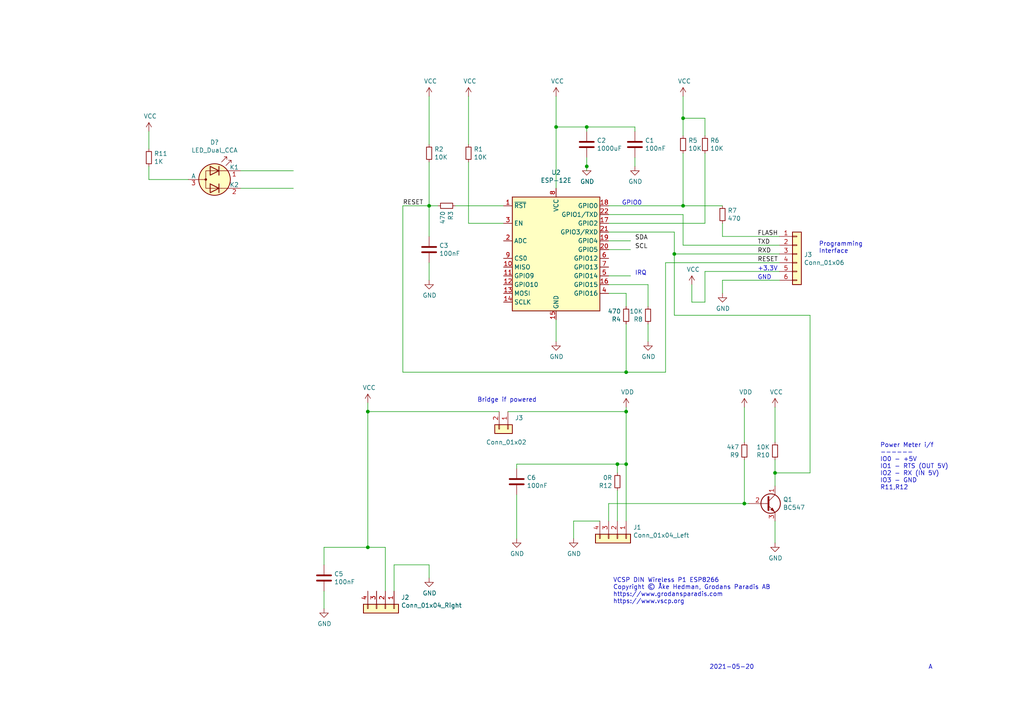
<source format=kicad_sch>
(kicad_sch (version 20211123) (generator eeschema)
  (paper "A4")
  (lib_symbols
    (symbol "Connector_Generic:Conn_01x02" (pin_names (offset 1.016) hide)
      (property "Reference" "J" (at 0 2.54 0))
      (property "Value" "Conn_01x02" (at 0 -5.08 0))
      (symbol "Conn_01x02_1_1"
        (rectangle (start -1.27 -2.413) (end 0 -2.667) (stroke (width 0.1524)))
        (rectangle (start -1.27 0.127) (end 0 -0.127) (stroke (width 0.1524)))
        (rectangle (start -1.27 1.27) (end 1.27 -3.81) (stroke (width 0.254)) (fill (type background)))
        (pin passive line (at -5.08 0 0) (length 3.81) (name "Pin_1") (number "1"))
        (pin passive line (at -5.08 -2.54 0) (length 3.81) (name "Pin_2") (number "2"))
      )
    )
    (symbol "Connector_Generic:Conn_01x04" (pin_names (offset 1.016) hide)
      (property "Reference" "J" (at 0 5.08 0))
      (property "Value" "Conn_01x04" (at 0 -7.62 0))
      (symbol "Conn_01x04_1_1"
        (rectangle (start -1.27 -4.953) (end 0 -5.207) (stroke (width 0.1524)))
        (rectangle (start -1.27 -2.413) (end 0 -2.667) (stroke (width 0.1524)))
        (rectangle (start -1.27 0.127) (end 0 -0.127) (stroke (width 0.1524)))
        (rectangle (start -1.27 2.667) (end 0 2.413) (stroke (width 0.1524)))
        (rectangle (start -1.27 3.81) (end 1.27 -6.35) (stroke (width 0.254)) (fill (type background)))
        (pin passive line (at -5.08 2.54 0) (length 3.81) (name "Pin_1") (number "1"))
        (pin passive line (at -5.08 0 0) (length 3.81) (name "Pin_2") (number "2"))
        (pin passive line (at -5.08 -2.54 0) (length 3.81) (name "Pin_3") (number "3"))
        (pin passive line (at -5.08 -5.08 0) (length 3.81) (name "Pin_4") (number "4"))
      )
    )
    (symbol "Connector_Generic:Conn_01x06" (pin_names (offset 1.016) hide)
      (property "Reference" "J" (at 0 7.62 0))
      (property "Value" "Conn_01x06" (at 0 -10.16 0))
      (symbol "Conn_01x06_1_1"
        (rectangle (start -1.27 -7.493) (end 0 -7.747) (stroke (width 0.1524)))
        (rectangle (start -1.27 -4.953) (end 0 -5.207) (stroke (width 0.1524)))
        (rectangle (start -1.27 -2.413) (end 0 -2.667) (stroke (width 0.1524)))
        (rectangle (start -1.27 0.127) (end 0 -0.127) (stroke (width 0.1524)))
        (rectangle (start -1.27 2.667) (end 0 2.413) (stroke (width 0.1524)))
        (rectangle (start -1.27 5.207) (end 0 4.953) (stroke (width 0.1524)))
        (rectangle (start -1.27 6.35) (end 1.27 -8.89) (stroke (width 0.254)) (fill (type background)))
        (pin passive line (at -5.08 5.08 0) (length 3.81) (name "Pin_1") (number "1"))
        (pin passive line (at -5.08 2.54 0) (length 3.81) (name "Pin_2") (number "2"))
        (pin passive line (at -5.08 0 0) (length 3.81) (name "Pin_3") (number "3"))
        (pin passive line (at -5.08 -2.54 0) (length 3.81) (name "Pin_4") (number "4"))
        (pin passive line (at -5.08 -5.08 0) (length 3.81) (name "Pin_5") (number "5"))
        (pin passive line (at -5.08 -7.62 0) (length 3.81) (name "Pin_6") (number "6"))
      )
    )
    (symbol "Device:C" (pin_numbers hide) (pin_names (offset 0.254))
      (property "Reference" "C" (at 0.635 2.54 0))
      (property "Value" "C" (at 0.635 -2.54 0))
      (symbol "C_0_1"
        (polyline (pts (xy -2.032 -0.762) (xy 2.032 -0.762)) (stroke (width 0.508)))
        (polyline (pts (xy -2.032 0.762) (xy 2.032 0.762)) (stroke (width 0.508)))
      )
      (symbol "C_1_1"
        (pin passive line (at 0 3.81 270) (length 2.794) (name "~") (number "1"))
        (pin passive line (at 0 -3.81 90) (length 2.794) (name "~") (number "2"))
      )
    )
    (symbol "Device:LED_Dual_CCA" (pin_names (offset 0))
      (property "Reference" "D" (at 0 5.715 0))
      (property "Value" "Device_LED_Dual_CCA" (at 0 -6.35 0))
      (symbol "LED_Dual_CCA_0_1"
        (circle (center -2.54 0) (radius 0.2794) (fill (type outline)))
        (polyline (pts (xy -4.572 0) (xy -2.54 0)))
        (polyline (pts (xy 1.27 -1.27) (xy 1.27 -3.81)) (stroke (width 0.254)))
        (polyline (pts (xy 1.27 3.81) (xy 1.27 1.27)) (stroke (width 0.254)))
        (polyline (pts (xy 3.81 -2.54) (xy 1.905 -2.54)))
        (polyline (pts (xy 3.81 2.54) (xy 1.905 2.54)))
        (polyline (pts (xy -1.27 -1.27) (xy -1.27 -3.81) (xy 1.27 -2.54) (xy -1.27 -1.27)) (stroke (width 0.254)))
        (polyline (pts (xy -1.27 3.81) (xy -1.27 1.27) (xy 1.27 2.54) (xy -1.27 3.81)) (stroke (width 0.254)))
        (polyline (pts (xy 2.032 2.54) (xy -2.54 2.54) (xy -2.54 -2.54) (xy 2.032 -2.54)))
        (polyline (pts (xy 2.032 5.08) (xy 3.556 6.604) (xy 2.794 6.604) (xy 3.556 6.604) (xy 3.556 5.842)))
        (polyline (pts (xy 3.302 4.064) (xy 4.826 5.588) (xy 4.064 5.588) (xy 4.826 5.588) (xy 4.826 4.826)))
        (circle (center 0 0) (radius 4.572) (stroke (width 0.254)) (fill (type background)))
      )
      (symbol "LED_Dual_CCA_1_1"
        (pin input line (at 7.62 2.54 180) (length 3.81) (name "K1") (number "1"))
        (pin input line (at 7.62 -2.54 180) (length 3.81) (name "K2") (number "2"))
        (pin input line (at -7.62 0 0) (length 3.048) (name "A") (number "3"))
      )
    )
    (symbol "Device:R_Small" (pin_numbers hide) (pin_names (offset 0.254) hide)
      (property "Reference" "R" (at 0.762 0.508 0))
      (property "Value" "R_Small" (at 0.762 -1.016 0))
      (symbol "R_Small_0_1"
        (rectangle (start -0.762 1.778) (end 0.762 -1.778) (stroke (width 0.2032)))
      )
      (symbol "R_Small_1_1"
        (pin passive line (at 0 2.54 270) (length 0.762) (name "~") (number "1"))
        (pin passive line (at 0 -2.54 90) (length 0.762) (name "~") (number "2"))
      )
    )
    (symbol "RF_Module:ESP-12E"
      (property "Reference" "U" (at -12.7 19.05 0))
      (property "Value" "ESP-12E" (at 12.7 19.05 0))
      (symbol "ESP-12E_0_1"
        (rectangle (start -12.7 17.78) (end 12.7 -15.24) (stroke (width 0.254)) (fill (type background)))
      )
      (symbol "ESP-12E_1_1"
        (pin input line (at -15.24 15.24 0) (length 2.54) (name "~{RST}") (number "1"))
        (pin bidirectional line (at -15.24 -2.54 0) (length 2.54) (name "MISO") (number "10"))
        (pin bidirectional line (at -15.24 -5.08 0) (length 2.54) (name "GPIO9") (number "11"))
        (pin bidirectional line (at -15.24 -7.62 0) (length 2.54) (name "GPIO10") (number "12"))
        (pin bidirectional line (at -15.24 -10.16 0) (length 2.54) (name "MOSI") (number "13"))
        (pin bidirectional line (at -15.24 -12.7 0) (length 2.54) (name "SCLK") (number "14"))
        (pin power_in line (at 0 -17.78 90) (length 2.54) (name "GND") (number "15"))
        (pin bidirectional line (at 15.24 -7.62 180) (length 2.54) (name "GPIO15") (number "16"))
        (pin bidirectional line (at 15.24 10.16 180) (length 2.54) (name "GPIO2") (number "17"))
        (pin bidirectional line (at 15.24 15.24 180) (length 2.54) (name "GPIO0") (number "18"))
        (pin bidirectional line (at 15.24 5.08 180) (length 2.54) (name "GPIO4") (number "19"))
        (pin input line (at -15.24 5.08 0) (length 2.54) (name "ADC") (number "2"))
        (pin bidirectional line (at 15.24 2.54 180) (length 2.54) (name "GPIO5") (number "20"))
        (pin bidirectional line (at 15.24 7.62 180) (length 2.54) (name "GPIO3/RXD") (number "21"))
        (pin bidirectional line (at 15.24 12.7 180) (length 2.54) (name "GPIO1/TXD") (number "22"))
        (pin input line (at -15.24 10.16 0) (length 2.54) (name "EN") (number "3"))
        (pin bidirectional line (at 15.24 -10.16 180) (length 2.54) (name "GPIO16") (number "4"))
        (pin bidirectional line (at 15.24 -5.08 180) (length 2.54) (name "GPIO14") (number "5"))
        (pin bidirectional line (at 15.24 0 180) (length 2.54) (name "GPIO12") (number "6"))
        (pin bidirectional line (at 15.24 -2.54 180) (length 2.54) (name "GPIO13") (number "7"))
        (pin power_in line (at 0 20.32 270) (length 2.54) (name "VCC") (number "8"))
        (pin input line (at -15.24 0 0) (length 2.54) (name "CS0") (number "9"))
      )
    )
    (symbol "Transistor_BJT:BC547" (pin_names (offset 0) hide)
      (property "Reference" "Q" (at 5.08 1.905 0))
      (property "Value" "BC547" (at 5.08 0 0))
      (symbol "BC547_0_1"
        (polyline (pts (xy 0 0) (xy 0.635 0)))
        (polyline (pts (xy 0.635 0.635) (xy 2.54 2.54)))
        (polyline (pts (xy 0.635 -0.635) (xy 2.54 -2.54) (xy 2.54 -2.54)))
        (polyline (pts (xy 0.635 1.905) (xy 0.635 -1.905) (xy 0.635 -1.905)) (stroke (width 0.508)))
        (polyline (pts (xy 1.27 -1.778) (xy 1.778 -1.27) (xy 2.286 -2.286) (xy 1.27 -1.778) (xy 1.27 -1.778)) (fill (type outline)))
        (circle (center 1.27 0) (radius 2.8194) (stroke (width 0.254)))
      )
      (symbol "BC547_1_1"
        (pin passive line (at 2.54 5.08 270) (length 2.54) (name "C") (number "1"))
        (pin input line (at -5.08 0 0) (length 5.08) (name "B") (number "2"))
        (pin passive line (at 2.54 -5.08 90) (length 2.54) (name "E") (number "3"))
      )
    )
    (symbol "power:GND" (power) (pin_names (offset 0))
      (property "Value" "GND" (at 0 -3.81 0))
      (symbol "GND_0_1"
        (polyline (pts (xy 0 0) (xy 0 -1.27) (xy 1.27 -1.27) (xy 0 -2.54) (xy -1.27 -1.27) (xy 0 -1.27)))
      )
      (symbol "GND_1_1"
        (pin power_in line (at 0 0 270) (length 0) hide (name "GND") (number "1"))
      )
    )
    (symbol "power:VCC" (power) (pin_names (offset 0))
      (property "Value" "VCC" (at 0 3.81 0))
      (symbol "VCC_0_1"
        (polyline (pts (xy -0.762 1.27) (xy 0 2.54)))
        (polyline (pts (xy 0 0) (xy 0 2.54)))
        (polyline (pts (xy 0 2.54) (xy 0.762 1.27)))
      )
      (symbol "VCC_1_1"
        (pin power_in line (at 0 0 90) (length 0) hide (name "VCC") (number "1"))
      )
    )
    (symbol "power:VDD" (power) (pin_names (offset 0))
      (property "Value" "VDD" (at 0 3.81 0))
      (symbol "VDD_0_1"
        (polyline (pts (xy -0.762 1.27) (xy 0 2.54)))
        (polyline (pts (xy 0 0) (xy 0 2.54)))
        (polyline (pts (xy 0 2.54) (xy 0.762 1.27)))
      )
      (symbol "VDD_1_1"
        (pin power_in line (at 0 0 90) (length 0) hide (name "VDD") (number "1"))
      )
    )
  )
  (junction (at 170.18 48.26))
  (junction (at 106.68 119.38))
  (junction (at 106.68 158.75))
  (junction (at 170.18 36.83))
  (junction (at 181.61 134.62))
  (junction (at 161.29 36.83))
  (junction (at 179.07 134.62))
  (junction (at 181.61 107.95))
  (junction (at 195.58 73.66))
  (junction (at 198.12 34.29))
  (junction (at 224.79 137.16))
  (junction (at 124.46 59.69))
  (junction (at 215.9 146.05))
  (junction (at 181.61 119.38))
  (junction (at 198.12 59.69))
  (wire (pts (xy 69.85 49.53) (xy 85.09 49.53)))
  (wire (pts (xy 215.9 146.05) (xy 215.9 133.35)))
  (wire (pts (xy 176.53 72.39) (xy 182.88 72.39)))
  (wire (pts (xy 173.99 151.13) (xy 166.37 151.13)))
  (wire (pts (xy 181.61 118.11) (xy 181.61 119.38)))
  (wire (pts (xy 116.84 59.69) (xy 124.46 59.69)))
  (wire (pts (xy 209.55 59.69) (xy 198.12 59.69)))
  (wire (pts (xy 224.79 118.11) (xy 224.79 128.27)))
  (wire (pts (xy 198.12 71.12) (xy 198.12 62.23)))
  (wire (pts (xy 170.18 36.83) (xy 161.29 36.83)))
  (wire (pts (xy 193.04 107.95) (xy 181.61 107.95)))
  (wire (pts (xy 234.95 91.44) (xy 234.95 137.16)))
  (wire (pts (xy 215.9 118.11) (xy 215.9 128.27)))
  (wire (pts (xy 181.61 107.95) (xy 116.84 107.95)))
  (wire (pts (xy 43.18 38.1) (xy 43.18 43.18)))
  (wire (pts (xy 170.18 48.26) (xy 170.18 49.53)))
  (wire (pts (xy 106.68 158.75) (xy 106.68 119.38)))
  (wire (pts (xy 147.32 119.38) (xy 181.61 119.38)))
  (wire (pts (xy 135.89 41.91) (xy 135.89 27.94)))
  (wire (pts (xy 114.3 163.83) (xy 124.46 163.83)))
  (wire (pts (xy 226.06 81.28) (xy 209.55 81.28)))
  (wire (pts (xy 124.46 68.58) (xy 124.46 59.69)))
  (wire (pts (xy 176.53 59.69) (xy 198.12 59.69)))
  (wire (pts (xy 93.98 163.83) (xy 93.98 158.75)))
  (wire (pts (xy 187.96 99.06) (xy 187.96 93.98)))
  (wire (pts (xy 111.76 171.45) (xy 111.76 158.75)))
  (wire (pts (xy 184.15 36.83) (xy 184.15 38.1)))
  (wire (pts (xy 149.86 156.21) (xy 149.86 143.51)))
  (wire (pts (xy 179.07 137.16) (xy 179.07 134.62)))
  (wire (pts (xy 181.61 134.62) (xy 181.61 151.13)))
  (wire (pts (xy 127 59.69) (xy 124.46 59.69)))
  (wire (pts (xy 124.46 76.2) (xy 124.46 81.28)))
  (wire (pts (xy 93.98 171.45) (xy 93.98 176.53)))
  (wire (pts (xy 226.06 68.58) (xy 209.55 68.58)))
  (wire (pts (xy 234.95 91.44) (xy 195.58 91.44)))
  (wire (pts (xy 149.86 134.62) (xy 179.07 134.62)))
  (wire (pts (xy 106.68 119.38) (xy 106.68 116.84)))
  (wire (pts (xy 176.53 82.55) (xy 187.96 82.55)))
  (wire (pts (xy 181.61 85.09) (xy 181.61 88.9)))
  (wire (pts (xy 226.06 71.12) (xy 198.12 71.12)))
  (wire (pts (xy 195.58 73.66) (xy 195.58 67.31)))
  (wire (pts (xy 184.15 45.72) (xy 184.15 48.26)))
  (wire (pts (xy 170.18 45.72) (xy 170.18 48.26)))
  (wire (pts (xy 116.84 107.95) (xy 116.84 59.69)))
  (wire (pts (xy 226.06 78.74) (xy 204.47 78.74)))
  (wire (pts (xy 114.3 171.45) (xy 114.3 163.83)))
  (wire (pts (xy 170.18 36.83) (xy 184.15 36.83)))
  (wire (pts (xy 181.61 93.98) (xy 181.61 107.95)))
  (wire (pts (xy 170.18 38.1) (xy 170.18 36.83)))
  (wire (pts (xy 161.29 27.94) (xy 161.29 36.83)))
  (wire (pts (xy 198.12 34.29) (xy 198.12 27.94)))
  (wire (pts (xy 176.53 85.09) (xy 181.61 85.09)))
  (wire (pts (xy 204.47 64.77) (xy 204.47 44.45)))
  (wire (pts (xy 135.89 64.77) (xy 135.89 46.99)))
  (wire (pts (xy 224.79 133.35) (xy 224.79 137.16)))
  (wire (pts (xy 146.05 64.77) (xy 135.89 64.77)))
  (wire (pts (xy 146.05 59.69) (xy 132.08 59.69)))
  (wire (pts (xy 176.53 64.77) (xy 204.47 64.77)))
  (wire (pts (xy 204.47 39.37) (xy 204.47 34.29)))
  (wire (pts (xy 226.06 76.2) (xy 193.04 76.2)))
  (wire (pts (xy 43.18 48.26) (xy 43.18 52.07)))
  (wire (pts (xy 176.53 146.05) (xy 176.53 151.13)))
  (wire (pts (xy 161.29 36.83) (xy 161.29 54.61)))
  (wire (pts (xy 200.66 87.63) (xy 200.66 82.55)))
  (wire (pts (xy 43.18 52.07) (xy 54.61 52.07)))
  (wire (pts (xy 224.79 157.48) (xy 224.79 151.13)))
  (wire (pts (xy 176.53 69.85) (xy 182.88 69.85)))
  (wire (pts (xy 224.79 137.16) (xy 234.95 137.16)))
  (wire (pts (xy 209.55 68.58) (xy 209.55 64.77)))
  (wire (pts (xy 124.46 59.69) (xy 124.46 46.99)))
  (wire (pts (xy 161.29 92.71) (xy 161.29 99.06)))
  (wire (pts (xy 209.55 81.28) (xy 209.55 85.09)))
  (wire (pts (xy 93.98 158.75) (xy 106.68 158.75)))
  (wire (pts (xy 195.58 91.44) (xy 195.58 73.66)))
  (wire (pts (xy 166.37 151.13) (xy 166.37 156.21)))
  (wire (pts (xy 198.12 39.37) (xy 198.12 34.29)))
  (wire (pts (xy 124.46 163.83) (xy 124.46 167.64)))
  (wire (pts (xy 176.53 80.01) (xy 182.88 80.01)))
  (wire (pts (xy 149.86 135.89) (xy 149.86 134.62)))
  (wire (pts (xy 204.47 34.29) (xy 198.12 34.29)))
  (wire (pts (xy 187.96 82.55) (xy 187.96 88.9)))
  (wire (pts (xy 204.47 87.63) (xy 200.66 87.63)))
  (wire (pts (xy 198.12 62.23) (xy 176.53 62.23)))
  (wire (pts (xy 69.85 54.61) (xy 85.09 54.61)))
  (wire (pts (xy 204.47 78.74) (xy 204.47 87.63)))
  (wire (pts (xy 198.12 59.69) (xy 198.12 44.45)))
  (wire (pts (xy 224.79 137.16) (xy 224.79 140.97)))
  (wire (pts (xy 226.06 73.66) (xy 195.58 73.66)))
  (wire (pts (xy 111.76 158.75) (xy 106.68 158.75)))
  (wire (pts (xy 195.58 67.31) (xy 176.53 67.31)))
  (wire (pts (xy 181.61 119.38) (xy 181.61 134.62)))
  (wire (pts (xy 193.04 76.2) (xy 193.04 107.95)))
  (wire (pts (xy 124.46 27.94) (xy 124.46 41.91)))
  (wire (pts (xy 217.17 146.05) (xy 215.9 146.05)))
  (wire (pts (xy 215.9 146.05) (xy 176.53 146.05)))
  (wire (pts (xy 106.68 119.38) (xy 144.78 119.38)))
  (wire (pts (xy 179.07 142.24) (xy 179.07 151.13)))
  (wire (pts (xy 179.07 134.62) (xy 181.61 134.62)))
  (text "2021-05-20" (at 205.74 194.31 0) (effects (font (size 1.27 1.27)) (justify left bottom)))
  (text "VCSP DIN Wireless P1 ESP8266\nCopyright © Åke Hedman, Grodans Paradis AB\nhttps://www.grodansparadis.com\nhttps://www.vscp.org" (at 177.8 175.26 0) (effects (font (size 1.27 1.27)) (justify left bottom)))
  (text "GPIO0" (at 180.34 59.69 0) (effects (font (size 1.27 1.27)) (justify left bottom)))
  (text "Programming\nInterface" (at 237.49 73.66 0) (effects (font (size 1.27 1.27)) (justify left bottom)))
  (text "A" (at 269.24 194.31 0) (effects (font (size 1.27 1.27)) (justify left bottom)))
  (text "+3.3V" (at 219.71 78.74 0) (effects (font (size 1.27 1.27)) (justify left bottom)))
  (text "GND" (at 219.71 81.28 0) (effects (font (size 1.27 1.27)) (justify left bottom)))
  (text "IRQ" (at 184.15 80.01 0) (effects (font (size 1.27 1.27)) (justify left bottom)))
  (text "Power Meter i/f\n------\nIO0 - +5V\nIO1 - RTS (OUT 5V)\nIO2 - RX (IN 5V)\nIO3 - GND\nR11,R12" (at 255.27 142.24 0) (effects (font (size 1.27 1.27)) (justify left bottom)))
  (text "Bridge if powered" (at 138.43 116.84 0) (effects (font (size 1.27 1.27)) (justify left bottom)))
  (label "SDA" (at 184.15 69.85 0))
  (label "SCL" (at 184.15 72.39 0))
  (label "FLASH" (at 219.71 68.58 0))
  (label "RESET" (at 219.71 76.2 0))
  (label "TXD" (at 219.71 71.12 0))
  (label "RXD" (at 219.71 73.66 0))
  (label "RESET" (at 116.84 59.69 0))
  (symbol (lib_id "Transistor_BJT:BC547") (at 222.25 146.05 0) (unit 1)
    (property "Reference" "Q1" (at 227.1014 144.8816 0) (effects (justify left)))
    (property "Value" "BC547" (at 227.1014 147.193 0) (effects (justify left)))
    (property "Footprint" "Package_TO_SOT_THT:TO-92_Inline" (effects hide))
    (property "Datasheet" "https://www.onsemi.com/pub/Collateral/BC550-D.pdf" (effects hide))
  )
  (symbol (lib_id "Device:R_Small") (at 135.89 44.45 0) (unit 1)
    (property "Reference" "R1" (at 137.3886 43.2816 0) (effects (justify left)))
    (property "Value" "10K" (at 137.3886 45.593 0) (effects (justify left)))
    (property "Footprint" "Resistor_SMD:R_0805_2012Metric" (effects hide))
  )
  (symbol (lib_id "Connector_Generic:Conn_01x04") (at 179.07 156.21 270) (unit 1)
    (property "Reference" "J1" (at 183.642 152.9588 90) (effects (justify left)))
    (property "Value" "Conn_01x04_Left" (at 183.642 155.2702 90) (effects (justify left)))
    (property "Footprint" "Connector_PinHeader_2.54mm:PinHeader_1x04_P2.54mm_Vertical" (effects hide))
  )
  (symbol (lib_id "Connector_Generic:Conn_01x04") (at 111.76 176.53 270) (unit 1)
    (property "Reference" "J2" (at 116.332 173.2788 90) (effects (justify left)))
    (property "Value" "Conn_01x04_Right" (at 116.332 175.5902 90) (effects (justify left)))
    (property "Footprint" "Connector_PinHeader_2.54mm:PinHeader_1x04_P2.54mm_Vertical" (effects hide))
  )
  (symbol (lib_id "RF_Module:ESP-12E") (at 161.29 74.93 0) (unit 1)
    (property "Reference" "U2" (at 161.29 50.0126 0))
    (property "Value" "ESP-12E" (at 161.29 52.324 0))
    (property "Footprint" "RF_Module:ESP-12E" (effects hide))
    (property "Datasheet" "http://wiki.ai-thinker.com/_media/esp8266/esp8266_series_modules_user_manual_v1.1.pdf" (effects hide))
  )
  (symbol (lib_id "Device:C") (at 184.15 41.91 0) (unit 1)
    (property "Reference" "C1" (at 187.071 40.7416 0) (effects (justify left)))
    (property "Value" "100nF" (at 187.071 43.053 0) (effects (justify left)))
    (property "Footprint" "Capacitor_SMD:C_0805_2012Metric" (effects hide))
  )
  (symbol (lib_id "power:GND") (at 184.15 48.26 0) (unit 1)
    (property "Reference" "#PWR0101" (effects hide))
    (property "Value" "GND" (at 184.277 52.6542 0))
  )
  (symbol (lib_id "power:VCC") (at 161.29 27.94 0) (unit 1)
    (property "Reference" "#PWR0102" (effects hide))
    (property "Value" "VCC" (at 161.671 23.5458 0))
  )
  (symbol (lib_id "power:GND") (at 161.29 99.06 0) (unit 1)
    (property "Reference" "#PWR0105" (effects hide))
    (property "Value" "GND" (at 161.417 103.4542 0))
  )
  (symbol (lib_id "power:VCC") (at 135.89 27.94 0) (unit 1)
    (property "Reference" "#PWR0107" (effects hide))
    (property "Value" "VCC" (at 136.271 23.5458 0))
  )
  (symbol (lib_id "Device:R_Small") (at 124.46 44.45 0) (unit 1)
    (property "Reference" "R2" (at 125.9586 43.2816 0) (effects (justify left)))
    (property "Value" "10K" (at 125.9586 45.593 0) (effects (justify left)))
    (property "Footprint" "Resistor_SMD:R_0805_2012Metric" (effects hide))
  )
  (symbol (lib_id "power:VCC") (at 124.46 27.94 0) (unit 1)
    (property "Reference" "#PWR0108" (effects hide))
    (property "Value" "VCC" (at 124.841 23.5458 0))
  )
  (symbol (lib_id "Device:R_Small") (at 129.54 59.69 270) (unit 1)
    (property "Reference" "R3" (at 130.7084 61.1886 0) (effects (justify left)))
    (property "Value" "470" (at 128.397 61.1886 0) (effects (justify left)))
    (property "Footprint" "Resistor_SMD:R_0805_2012Metric" (effects hide))
  )
  (symbol (lib_id "Device:C") (at 124.46 72.39 0) (unit 1)
    (property "Reference" "C3" (at 127.381 71.2216 0) (effects (justify left)))
    (property "Value" "100nF" (at 127.381 73.533 0) (effects (justify left)))
    (property "Footprint" "Capacitor_SMD:C_0805_2012Metric" (effects hide))
  )
  (symbol (lib_id "power:GND") (at 124.46 81.28 0) (unit 1)
    (property "Reference" "#PWR0109" (effects hide))
    (property "Value" "GND" (at 124.587 85.6742 0))
  )
  (symbol (lib_id "Device:R_Small") (at 181.61 91.44 180) (unit 1)
    (property "Reference" "R4" (at 180.1114 92.6084 0) (effects (justify left)))
    (property "Value" "470" (at 180.1114 90.297 0) (effects (justify left)))
    (property "Footprint" "Capacitor_SMD:C_0805_2012Metric" (effects hide))
  )
  (symbol (lib_id "Device:R_Small") (at 198.12 41.91 0) (unit 1)
    (property "Reference" "R5" (at 199.6186 40.7416 0) (effects (justify left)))
    (property "Value" "10K" (at 199.6186 43.053 0) (effects (justify left)))
    (property "Footprint" "Resistor_SMD:R_0805_2012Metric" (effects hide))
  )
  (symbol (lib_id "Device:R_Small") (at 204.47 41.91 0) (unit 1)
    (property "Reference" "R6" (at 205.9686 40.7416 0) (effects (justify left)))
    (property "Value" "10K" (at 205.9686 43.053 0) (effects (justify left)))
    (property "Footprint" "Resistor_SMD:R_0805_2012Metric" (effects hide))
  )
  (symbol (lib_id "power:VCC") (at 198.12 27.94 0) (unit 1)
    (property "Reference" "#PWR0110" (effects hide))
    (property "Value" "VCC" (at 198.501 23.5458 0))
  )
  (symbol (lib_id "Device:R_Small") (at 209.55 62.23 0) (unit 1)
    (property "Reference" "R7" (at 211.0486 61.0616 0) (effects (justify left)))
    (property "Value" "470" (at 211.0486 63.373 0) (effects (justify left)))
    (property "Footprint" "Resistor_SMD:R_0805_2012Metric" (effects hide))
  )
  (symbol (lib_id "power:GND") (at 209.55 85.09 0) (unit 1)
    (property "Reference" "#PWR0111" (effects hide))
    (property "Value" "GND" (at 209.677 89.4842 0))
  )
  (symbol (lib_id "Device:R_Small") (at 187.96 91.44 180) (unit 1)
    (property "Reference" "R8" (at 186.4614 92.6084 0) (effects (justify left)))
    (property "Value" "10K" (at 186.4614 90.297 0) (effects (justify left)))
    (property "Footprint" "Resistor_SMD:R_0805_2012Metric" (effects hide))
  )
  (symbol (lib_id "power:GND") (at 187.96 99.06 0) (unit 1)
    (property "Reference" "#PWR0112" (effects hide))
    (property "Value" "GND" (at 188.087 103.4542 0))
  )
  (symbol (lib_id "Device:R_Small") (at 224.79 130.81 180) (unit 1)
    (property "Reference" "R10" (at 223.2914 131.9784 0) (effects (justify left)))
    (property "Value" "10K" (at 223.2914 129.667 0) (effects (justify left)))
    (property "Footprint" "Resistor_SMD:R_0805_2012Metric" (effects hide))
  )
  (symbol (lib_id "power:GND") (at 224.79 157.48 0) (unit 1)
    (property "Reference" "#PWR0113" (effects hide))
    (property "Value" "GND" (at 224.917 161.8742 0))
  )
  (symbol (lib_id "Device:R_Small") (at 215.9 130.81 180) (unit 1)
    (property "Reference" "R9" (at 214.4014 131.9784 0) (effects (justify left)))
    (property "Value" "4k7" (at 214.4014 129.667 0) (effects (justify left)))
    (property "Footprint" "Resistor_SMD:R_0805_2012Metric" (effects hide))
  )
  (symbol (lib_id "Device:LED_Dual_CCA") (at 62.23 52.07 0) (unit 1)
    (property "Reference" "D?" (at 62.23 41.275 0))
    (property "Value" "LED_Dual_CCA" (at 62.23 43.5864 0))
    (property "Footprint" "LED_THT:LED_D5.0mm-3_Horizontal_O3.81mm_Z3.0mm" (effects hide))
  )
  (symbol (lib_id "power:VCC") (at 43.18 38.1 0) (unit 1)
    (property "Reference" "#PWR?" (effects hide))
    (property "Value" "VCC" (at 43.561 33.7058 0))
  )
  (symbol (lib_id "Device:R_Small") (at 43.18 45.72 0) (unit 1)
    (property "Reference" "R11" (at 44.6786 44.5516 0) (effects (justify left)))
    (property "Value" "1K" (at 44.6786 46.863 0) (effects (justify left)))
    (property "Footprint" "Resistor_SMD:R_0805_2012Metric" (effects hide))
  )
  (symbol (lib_id "power:VCC") (at 224.79 118.11 0) (unit 1)
    (property "Reference" "#PWR0114" (effects hide))
    (property "Value" "VCC" (at 225.171 113.7158 0))
  )
  (symbol (lib_id "power:VDD") (at 215.9 118.11 0) (unit 1)
    (property "Reference" "#PWR0115" (effects hide))
    (property "Value" "VDD" (at 216.281 113.7158 0))
  )
  (symbol (lib_id "power:GND") (at 124.46 167.64 0) (unit 1)
    (property "Reference" "#PWR0116" (effects hide))
    (property "Value" "GND" (at 124.587 172.0342 0))
  )
  (symbol (lib_id "power:VCC") (at 106.68 116.84 0) (unit 1)
    (property "Reference" "#PWR0117" (effects hide))
    (property "Value" "VCC" (at 107.061 112.4458 0))
  )
  (symbol (lib_id "power:GND") (at 166.37 156.21 0) (unit 1)
    (property "Reference" "#PWR0118" (effects hide))
    (property "Value" "GND" (at 166.497 160.6042 0))
  )
  (symbol (lib_id "Connector_Generic:Conn_01x02") (at 147.32 124.46 270) (unit 1)
    (property "Reference" "J3" (at 149.352 121.2088 90) (effects (justify left)))
    (property "Value" "Conn_01x02" (at 140.97 128.27 90) (effects (justify left)))
    (property "Footprint" "Connector_PinHeader_2.54mm:PinHeader_1x02_P2.54mm_Vertical" (effects hide))
  )
  (symbol (lib_id "power:VCC") (at 200.66 82.55 0) (unit 1)
    (property "Reference" "#PWR0119" (effects hide))
    (property "Value" "VCC" (at 201.041 78.1558 0))
  )
  (symbol (lib_id "power:VDD") (at 181.61 118.11 0) (unit 1)
    (property "Reference" "#PWR0120" (effects hide))
    (property "Value" "VDD" (at 181.991 113.7158 0))
  )
  (symbol (lib_id "Device:R_Small") (at 179.07 139.7 180) (unit 1)
    (property "Reference" "R12" (at 177.5714 140.8684 0) (effects (justify left)))
    (property "Value" "0R" (at 177.5714 138.557 0) (effects (justify left)))
    (property "Footprint" "Resistor_SMD:R_0805_2012Metric" (effects hide))
  )
  (symbol (lib_id "Device:C") (at 170.18 41.91 0) (unit 1)
    (property "Reference" "C2" (at 173.101 40.7416 0) (effects (justify left)))
    (property "Value" "1000uF" (at 173.101 43.053 0) (effects (justify left)))
    (property "Footprint" "Capacitor_THT:CP_Radial_D5.0mm_P2.50mm" (effects hide))
  )
  (symbol (lib_id "power:GND") (at 170.18 48.26 0) (unit 1)
    (property "Reference" "#PWR0121" (effects hide))
    (property "Value" "GND" (at 170.307 52.6542 0))
  )
  (symbol (lib_id "Device:C") (at 93.98 167.64 0) (unit 1)
    (property "Reference" "C5" (at 96.901 166.4716 0) (effects (justify left)))
    (property "Value" "100nF" (at 96.901 168.783 0) (effects (justify left)))
    (property "Footprint" "Capacitor_SMD:C_0805_2012Metric" (effects hide))
  )
  (symbol (lib_id "power:GND") (at 93.98 176.53 0) (unit 1)
    (property "Reference" "#PWR0122" (effects hide))
    (property "Value" "GND" (at 94.107 180.9242 0))
  )
  (symbol (lib_id "Device:C") (at 149.86 139.7 0) (unit 1)
    (property "Reference" "C6" (at 152.781 138.5316 0) (effects (justify left)))
    (property "Value" "100nF" (at 152.781 140.843 0) (effects (justify left)))
    (property "Footprint" "Capacitor_SMD:C_0805_2012Metric" (effects hide))
  )
  (symbol (lib_id "power:GND") (at 149.86 156.21 0) (unit 1)
    (property "Reference" "#PWR0123" (effects hide))
    (property "Value" "GND" (at 149.987 160.6042 0))
  )
  (symbol (lib_id "Connector_Generic:Conn_01x06") (at 231.14 73.66 0) (unit 1)
    (property "Reference" "J3" (at 233.172 73.8632 0) (effects (justify left)))
    (property "Value" "Conn_01x06" (at 233.172 76.1746 0) (effects (justify left)))
    (property "Footprint" "Connector_PinHeader_2.54mm:PinHeader_1x06_P2.54mm_Vertical" (effects hide))
  )
)
</source>
